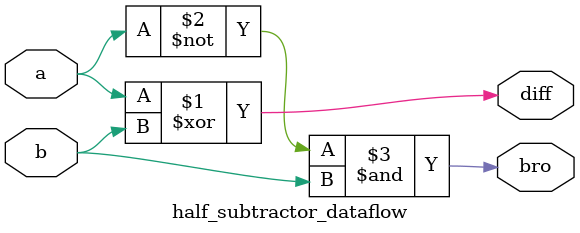
<source format=v>
`timescale 1ns / 1ps



module half_subtractor_dataflow(diff,bro,a,b);
input a,b;
output diff,bro;
assign diff=a ^ b;
assign bro=~a & b;
endmodule


</source>
